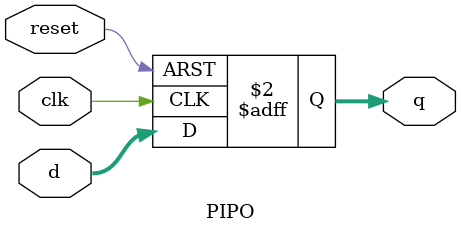
<source format=sv>

/*module PIPO(d,clk,q);
  
  input [3:0] d;
  input clk;
  output [3:0] q;
  
  dff a(d[3], clk, q[3]);
  dff b(d[2], clk, q[2]);
  dff c(d[1], clk, q[1]);
  dff e(d[0] , clk, q[0]);
         
endmodule*/
  

module PIPO(reset,clk,d,q);
  
   input clk,reset;
  input [3:0] d;
  output reg [3:0] q;
  
  always@(posedge clk,posedge reset)
  begin
    if(reset)
      q <= 4'b0000;
    else 
      q <= d;
end
  
endmodule
    
</source>
